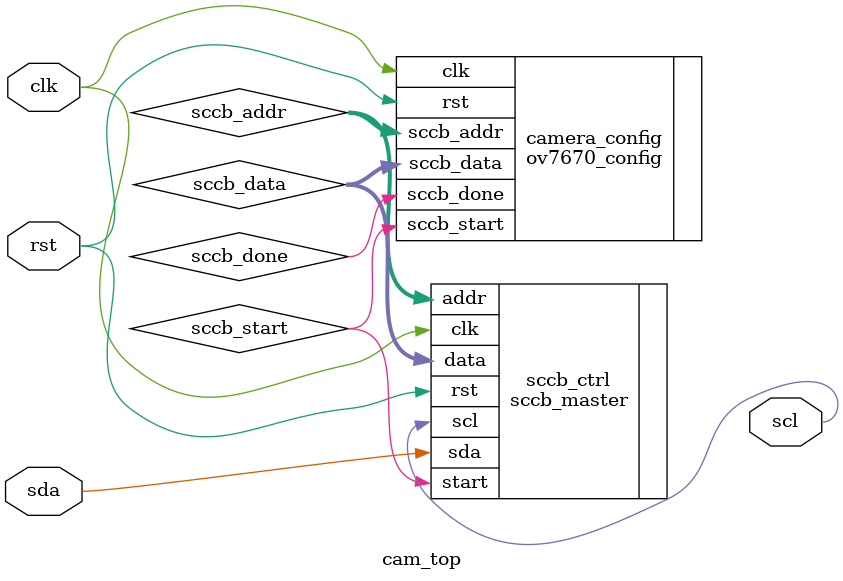
<source format=v>
`timescale 1ns / 1ps

module cam_top(
    input wire clk,
    input wire rst,
    output wire scl,
    inout wire sda
);

wire sccb_start;
wire [7:0] sccb_addr;
wire [7:0] sccb_data;
wire sccb_done;

sccb_master sccb_ctrl(
    .clk(clk),
    .rst(rst),
    .start(sccb_start),
    .addr(sccb_addr),
    .data(sccb_data),
    .scl(scl),
    .sda(sda)
);

ov7670_config camera_config(
    .clk(clk),
    .rst(rst),
    .sccb_start(sccb_start),
    .sccb_addr(sccb_addr),
    .sccb_data(sccb_data),
    .sccb_done(sccb_done)
);

endmodule
</source>
